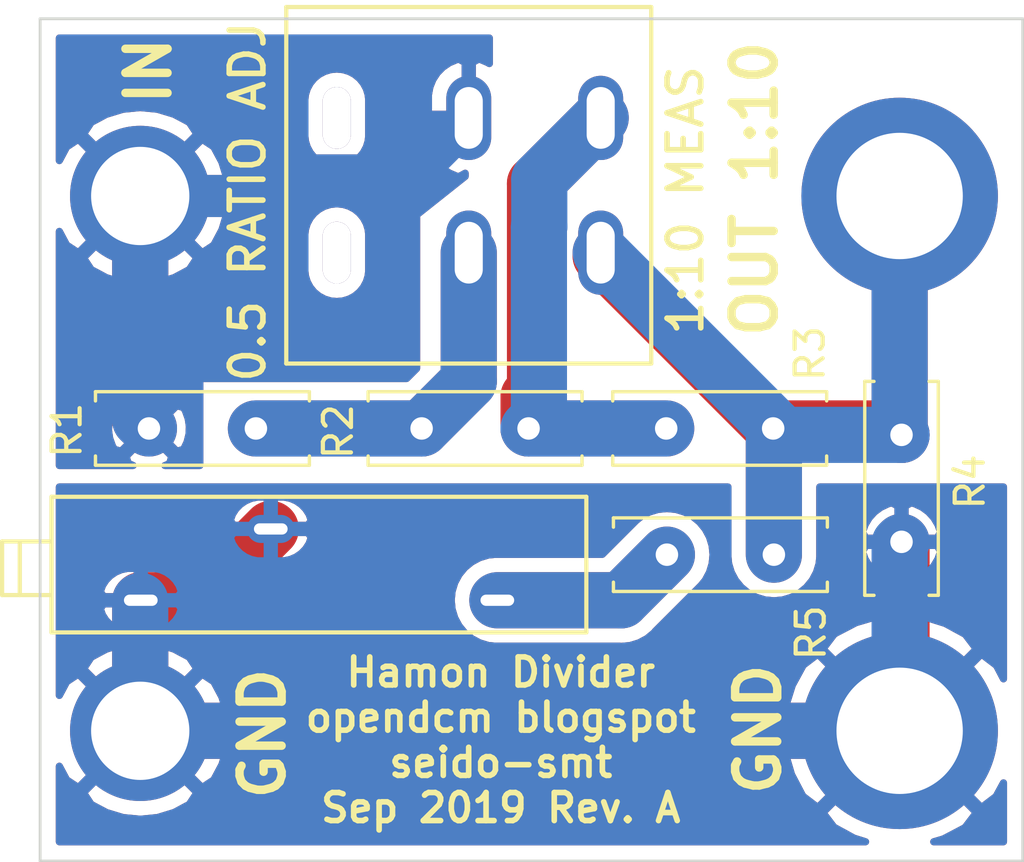
<source format=kicad_pcb>
(kicad_pcb (version 20171130) (host pcbnew 5.1.2-f72e74a~84~ubuntu14.04.1)

  (general
    (thickness 1.6)
    (drawings 11)
    (tracks 61)
    (zones 0)
    (modules 11)
    (nets 7)
  )

  (page A4)
  (layers
    (0 F.Cu signal)
    (31 B.Cu signal)
    (32 B.Adhes user)
    (33 F.Adhes user)
    (34 B.Paste user)
    (35 F.Paste user)
    (36 B.SilkS user)
    (37 F.SilkS user)
    (38 B.Mask user)
    (39 F.Mask user)
    (40 Dwgs.User user)
    (41 Cmts.User user)
    (42 Eco1.User user)
    (43 Eco2.User user)
    (44 Edge.Cuts user)
    (45 Margin user)
    (46 B.CrtYd user)
    (47 F.CrtYd user)
    (48 B.Fab user)
    (49 F.Fab user)
  )

  (setup
    (last_trace_width 0.25)
    (trace_clearance 0.2)
    (zone_clearance 0.508)
    (zone_45_only no)
    (trace_min 0.2)
    (via_size 0.8)
    (via_drill 0.4)
    (via_min_size 0.4)
    (via_min_drill 0.3)
    (uvia_size 0.3)
    (uvia_drill 0.1)
    (uvias_allowed no)
    (uvia_min_size 0.2)
    (uvia_min_drill 0.1)
    (edge_width 0.05)
    (segment_width 0.2)
    (pcb_text_width 0.3)
    (pcb_text_size 1.5 1.5)
    (mod_edge_width 0.12)
    (mod_text_size 1 1)
    (mod_text_width 0.15)
    (pad_size 1.7 1)
    (pad_drill 1.2)
    (pad_to_mask_clearance 0.051)
    (solder_mask_min_width 0.25)
    (aux_axis_origin 0 0)
    (visible_elements FFFFFF7F)
    (pcbplotparams
      (layerselection 0x010fc_ffffffff)
      (usegerberextensions false)
      (usegerberattributes false)
      (usegerberadvancedattributes false)
      (creategerberjobfile false)
      (excludeedgelayer true)
      (linewidth 0.100000)
      (plotframeref false)
      (viasonmask false)
      (mode 1)
      (useauxorigin false)
      (hpglpennumber 1)
      (hpglpenspeed 20)
      (hpglpendiameter 15.000000)
      (psnegative false)
      (psa4output false)
      (plotreference true)
      (plotvalue true)
      (plotinvisibletext false)
      (padsonsilk false)
      (subtractmaskfromsilk false)
      (outputformat 1)
      (mirror false)
      (drillshape 1)
      (scaleselection 1)
      (outputdirectory ""))
  )

  (net 0 "")
  (net 1 "Net-(R5-Pad2)")
  (net 2 "Net-(R1-Pad2)")
  (net 3 "Net-(R2-Pad2)")
  (net 4 GND)
  (net 5 IN)
  (net 6 OUT)

  (net_class Default "This is the default net class."
    (clearance 0.2)
    (trace_width 0.25)
    (via_dia 0.8)
    (via_drill 0.4)
    (uvia_dia 0.3)
    (uvia_drill 0.1)
    (add_net GND)
    (add_net IN)
    (add_net "Net-(R1-Pad2)")
    (add_net "Net-(R2-Pad2)")
    (add_net "Net-(R5-Pad2)")
    (add_net OUT)
  )

  (module hamon:M2021SS1W01 (layer F.Cu) (tedit 5D73E635) (tstamp 5D73AD20)
    (at 121.7676 49.5808 270)
    (path /5D7564E4)
    (fp_text reference SW1 (at 6.5024 -0.762 90) (layer F.SilkS) hide
      (effects (font (size 1 1) (thickness 0.15)))
    )
    (fp_text value SW_DPST (at 0 -0.5 90) (layer F.Fab) hide
      (effects (font (size 1 1) (thickness 0.15)))
    )
    (fp_line (start 0 0) (end 12.7 0) (layer F.SilkS) (width 0.15))
    (fp_line (start 12.7 0) (end 12.7 13) (layer F.SilkS) (width 0.15))
    (fp_line (start 0 13) (end 12.7 13) (layer F.SilkS) (width 0.15))
    (fp_line (start 0 0) (end 0 13) (layer F.SilkS) (width 0.15))
    (pad 3 thru_hole oval (at 3.95 1.8 270) (size 3 1.6) (drill oval 2.2 1) (layers *.Cu *.Mask)
      (net 3 "Net-(R2-Pad2)"))
    (pad 2 thru_hole oval (at 3.95 6.5 270) (size 3 1.6) (drill oval 2.2 1) (layers *.Cu *.Mask)
      (net 5 IN))
    (pad "" thru_hole oval (at 3.95 11.2 270) (size 2.2 1) (drill oval 2.2 1) (layers *.Cu *.Mask))
    (pad 4 thru_hole oval (at 8.75 11.2 270) (size 2.2 1) (drill oval 2.2 1) (layers *.Cu *.Mask))
    (pad 6 thru_hole oval (at 8.75 1.8 270) (size 3 1.6) (drill oval 2.2 1) (layers *.Cu *.Mask)
      (net 6 OUT))
    (pad 5 thru_hole oval (at 8.75 6.5 270) (size 3 1.6) (drill oval 2.2 1) (layers *.Cu *.Mask)
      (net 2 "Net-(R1-Pad2)"))
  )

  (module hamon:Accutrim_1280G_1285G (layer F.Cu) (tedit 5D73DA11) (tstamp 5D73D108)
    (at 119.4562 71.8566 180)
    (path /5D73835C)
    (fp_text reference RV1 (at 17.9832 5.8166) (layer F.SilkS) hide
      (effects (font (size 1 1) (thickness 0.15)))
    )
    (fp_text value R_POT (at 8.9408 0.9906) (layer F.Fab) hide
      (effects (font (size 1 1) (thickness 0.15)))
    )
    (fp_line (start 20.18 1.33) (end 20.18 3.22) (layer F.SilkS) (width 0.15))
    (fp_line (start 20.81 3.24) (end 19.06 3.24) (layer F.SilkS) (width 0.15))
    (fp_line (start 20.81 1.33) (end 20.81 3.24) (layer F.SilkS) (width 0.15))
    (fp_line (start 19.07 1.33) (end 20.81 1.33) (layer F.SilkS) (width 0.15))
    (fp_line (start 0 0) (end 0 4.83) (layer F.SilkS) (width 0.15))
    (fp_line (start 19.05 4.83) (end 0 4.83) (layer F.SilkS) (width 0.15))
    (fp_line (start 19.05 0) (end 19.05 4.83) (layer F.SilkS) (width 0.15))
    (fp_line (start 0 0) (end 19.05 0) (layer F.SilkS) (width 0.15))
    (pad 1 thru_hole oval (at 3.17 1.145 180) (size 1.7 1) (drill oval 1.2 0.4) (layers *.Cu *.Mask)
      (net 1 "Net-(R5-Pad2)"))
    (pad 3 thru_hole oval (at 15.87 1.145 180) (size 1.7 1) (drill oval 1.2 0.4) (layers *.Cu *.Mask)
      (net 4 GND))
    (pad 2 thru_hole oval (at 11.24 3.685 180) (size 1.7 1) (drill oval 1.2 0.4) (layers *.Cu *.Mask)
      (net 4 GND))
  )

  (module hamon:SA404 (layer F.Cu) (tedit 5C055CDB) (tstamp 5D728D5B)
    (at 103.5662 75.3618)
    (path /5D72DE9E)
    (fp_text reference H2 (at 0 0.5) (layer F.SilkS) hide
      (effects (font (size 1 1) (thickness 0.15)))
    )
    (fp_text value GND (at 0 -0.5) (layer F.Fab)
      (effects (font (size 1 1) (thickness 0.15)))
    )
    (pad 1 thru_hole circle (at 0 0) (size 5 5) (drill 3.5) (layers *.Cu *.Mask)
      (net 4 GND))
  )

  (module hamon:SA404 (layer F.Cu) (tedit 5C055CDB) (tstamp 5D729047)
    (at 103.5662 56.3118)
    (path /5D72D6BB)
    (fp_text reference H1 (at 0 0.5) (layer F.SilkS) hide
      (effects (font (size 1 1) (thickness 0.15)))
    )
    (fp_text value Input (at 0 -0.5) (layer F.Fab)
      (effects (font (size 1 1) (thickness 0.15)))
    )
    (pad 1 thru_hole circle (at 0 0) (size 5 5) (drill 3.5) (layers *.Cu *.Mask)
      (net 5 IN))
  )

  (module hamon:Binding_Post_4mm (layer F.Cu) (tedit 5CB1739B) (tstamp 5D72B75B)
    (at 130.6162 75.3618)
    (path /5D73AE7F)
    (fp_text reference H4 (at 0 0.5) (layer F.SilkS) hide
      (effects (font (size 1 1) (thickness 0.15)))
    )
    (fp_text value GND (at 0 -0.5) (layer F.Fab)
      (effects (font (size 1 1) (thickness 0.15)))
    )
    (pad 1 thru_hole circle (at 0 0) (size 7 7) (drill 4.5) (layers *.Cu *.Mask)
      (net 4 GND))
  )

  (module hamon:Binding_Post_4mm (layer F.Cu) (tedit 5CB1739B) (tstamp 5D728F6E)
    (at 130.6162 56.3118)
    (path /5D72E838)
    (fp_text reference H3 (at 0 0.5) (layer F.SilkS) hide
      (effects (font (size 1 1) (thickness 0.15)))
    )
    (fp_text value Output (at 0 -0.5) (layer F.Fab)
      (effects (font (size 1 1) (thickness 0.15)))
    )
    (pad 1 thru_hole circle (at 0 0) (size 7 7) (drill 4.5) (layers *.Cu *.Mask)
      (net 6 OUT))
  )

  (module hamon:Vishay_L7.62mm_D2.67mm_P3.81mm_Horizontal (layer F.Cu) (tedit 5C8E82DC) (tstamp 5D73D1A9)
    (at 124.2314 69.088 180)
    (descr "Resistor, Axial_DIN0207 series, Axial, Horizontal, pin pitch=7.62mm, 0.25W = 1/4W, length*diameter=6.3*2.5mm^2, http://cdn-reichelt.de/documents/datenblatt/B400/1_4W%23YAG.pdf")
    (tags "Resistor Axial_DIN0207 series Axial Horizontal pin pitch 7.62mm 0.25W = 1/4W length 6.3mm diameter 2.5mm")
    (path /5D73057B)
    (fp_text reference R5 (at -3.2258 -2.7813 90) (layer F.SilkS)
      (effects (font (size 1 1) (thickness 0.15)))
    )
    (fp_text value R (at 5.08 0) (layer F.Fab) hide
      (effects (font (size 1 1) (thickness 0.15)))
    )
    (fp_line (start -4 -1.6) (end 4 -1.6) (layer F.CrtYd) (width 0.05))
    (fp_line (start 4 1.6) (end 4 -1.6) (layer F.CrtYd) (width 0.05))
    (fp_line (start -4 1.6) (end 4 1.6) (layer F.CrtYd) (width 0.05))
    (fp_line (start -4 -1.6) (end -4 1.6) (layer F.CrtYd) (width 0.05))
    (fp_line (start 3.81 1.31) (end 3.81 0.98) (layer F.SilkS) (width 0.12))
    (fp_line (start -3.81 1.31) (end 3.81 1.31) (layer F.SilkS) (width 0.12))
    (fp_line (start -3.81 0.98) (end -3.81 1.31) (layer F.SilkS) (width 0.12))
    (fp_line (start 3.81 -1.31) (end 3.81 -0.98) (layer F.SilkS) (width 0.12))
    (fp_line (start -3.81 -1.31) (end 3.81 -1.31) (layer F.SilkS) (width 0.12))
    (fp_line (start -3.81 -0.98) (end -3.81 -1.31) (layer F.SilkS) (width 0.12))
    (fp_line (start -3.81 -1.25) (end 3.81 -1.25) (layer F.Fab) (width 0.1))
    (fp_line (start 3.81 1.25) (end 3.81 -1.25) (layer F.Fab) (width 0.1))
    (fp_line (start -3.81 1.25) (end 3.81 1.25) (layer F.Fab) (width 0.1))
    (fp_line (start -3.81 -1.25) (end -3.81 1.25) (layer F.Fab) (width 0.1))
    (pad 2 thru_hole oval (at 1.905 0 180) (size 1.6 1.6) (drill 0.8) (layers *.Cu *.Mask)
      (net 1 "Net-(R5-Pad2)"))
    (pad 1 thru_hole circle (at -1.905 0 180) (size 1.6 1.6) (drill 0.8) (layers *.Cu *.Mask)
      (net 6 OUT))
    (model ${KISYS3DMOD}/Resistors_THT.3dshapes/R_Axial_DIN0207_L6.3mm_D2.5mm_P7.62mm_Horizontal.wrl
      (at (xyz 0 0 0))
      (scale (xyz 0.393701 0.393701 0.393701))
      (rotate (xyz 0 0 0))
    )
  )

  (module hamon:Vishay_L7.62mm_D2.67mm_P3.81mm_Horizontal (layer F.Cu) (tedit 5C8E82DC) (tstamp 5D73D1E2)
    (at 130.683 66.7258 270)
    (descr "Resistor, Axial_DIN0207 series, Axial, Horizontal, pin pitch=7.62mm, 0.25W = 1/4W, length*diameter=6.3*2.5mm^2, http://cdn-reichelt.de/documents/datenblatt/B400/1_4W%23YAG.pdf")
    (tags "Resistor Axial_DIN0207 series Axial Horizontal pin pitch 7.62mm 0.25W = 1/4W length 6.3mm diameter 2.5mm")
    (path /5D72D04E)
    (fp_text reference R4 (at -0.2286 -2.4384 90) (layer F.SilkS)
      (effects (font (size 1 1) (thickness 0.15)))
    )
    (fp_text value R (at 4.9022 0.1016 90) (layer F.Fab) hide
      (effects (font (size 1 1) (thickness 0.15)))
    )
    (fp_line (start -4 -1.6) (end 4 -1.6) (layer F.CrtYd) (width 0.05))
    (fp_line (start 4 1.6) (end 4 -1.6) (layer F.CrtYd) (width 0.05))
    (fp_line (start -4 1.6) (end 4 1.6) (layer F.CrtYd) (width 0.05))
    (fp_line (start -4 -1.6) (end -4 1.6) (layer F.CrtYd) (width 0.05))
    (fp_line (start 3.81 1.31) (end 3.81 0.98) (layer F.SilkS) (width 0.12))
    (fp_line (start -3.81 1.31) (end 3.81 1.31) (layer F.SilkS) (width 0.12))
    (fp_line (start -3.81 0.98) (end -3.81 1.31) (layer F.SilkS) (width 0.12))
    (fp_line (start 3.81 -1.31) (end 3.81 -0.98) (layer F.SilkS) (width 0.12))
    (fp_line (start -3.81 -1.31) (end 3.81 -1.31) (layer F.SilkS) (width 0.12))
    (fp_line (start -3.81 -0.98) (end -3.81 -1.31) (layer F.SilkS) (width 0.12))
    (fp_line (start -3.81 -1.25) (end 3.81 -1.25) (layer F.Fab) (width 0.1))
    (fp_line (start 3.81 1.25) (end 3.81 -1.25) (layer F.Fab) (width 0.1))
    (fp_line (start -3.81 1.25) (end 3.81 1.25) (layer F.Fab) (width 0.1))
    (fp_line (start -3.81 -1.25) (end -3.81 1.25) (layer F.Fab) (width 0.1))
    (pad 2 thru_hole oval (at 1.905 0 270) (size 1.6 1.6) (drill 0.8) (layers *.Cu *.Mask)
      (net 4 GND))
    (pad 1 thru_hole circle (at -1.905 0 270) (size 1.6 1.6) (drill 0.8) (layers *.Cu *.Mask)
      (net 6 OUT))
    (model ${KISYS3DMOD}/Resistors_THT.3dshapes/R_Axial_DIN0207_L6.3mm_D2.5mm_P7.62mm_Horizontal.wrl
      (at (xyz 0 0 0))
      (scale (xyz 0.393701 0.393701 0.393701))
      (rotate (xyz 0 0 0))
    )
  )

  (module hamon:Vishay_L7.62mm_D2.67mm_P3.81mm_Horizontal (layer F.Cu) (tedit 5C8E82DC) (tstamp 5D73D170)
    (at 124.206 64.5922)
    (descr "Resistor, Axial_DIN0207 series, Axial, Horizontal, pin pitch=7.62mm, 0.25W = 1/4W, length*diameter=6.3*2.5mm^2, http://cdn-reichelt.de/documents/datenblatt/B400/1_4W%23YAG.pdf")
    (tags "Resistor Axial_DIN0207 series Axial Horizontal pin pitch 7.62mm 0.25W = 1/4W length 6.3mm diameter 2.5mm")
    (path /5D72CBBC)
    (fp_text reference R3 (at 3.2131 -2.667 90) (layer F.SilkS)
      (effects (font (size 1 1) (thickness 0.15)))
    )
    (fp_text value R (at 4.9022 -0.0762) (layer F.Fab) hide
      (effects (font (size 1 1) (thickness 0.15)))
    )
    (fp_line (start -4 -1.6) (end 4 -1.6) (layer F.CrtYd) (width 0.05))
    (fp_line (start 4 1.6) (end 4 -1.6) (layer F.CrtYd) (width 0.05))
    (fp_line (start -4 1.6) (end 4 1.6) (layer F.CrtYd) (width 0.05))
    (fp_line (start -4 -1.6) (end -4 1.6) (layer F.CrtYd) (width 0.05))
    (fp_line (start 3.81 1.31) (end 3.81 0.98) (layer F.SilkS) (width 0.12))
    (fp_line (start -3.81 1.31) (end 3.81 1.31) (layer F.SilkS) (width 0.12))
    (fp_line (start -3.81 0.98) (end -3.81 1.31) (layer F.SilkS) (width 0.12))
    (fp_line (start 3.81 -1.31) (end 3.81 -0.98) (layer F.SilkS) (width 0.12))
    (fp_line (start -3.81 -1.31) (end 3.81 -1.31) (layer F.SilkS) (width 0.12))
    (fp_line (start -3.81 -0.98) (end -3.81 -1.31) (layer F.SilkS) (width 0.12))
    (fp_line (start -3.81 -1.25) (end 3.81 -1.25) (layer F.Fab) (width 0.1))
    (fp_line (start 3.81 1.25) (end 3.81 -1.25) (layer F.Fab) (width 0.1))
    (fp_line (start -3.81 1.25) (end 3.81 1.25) (layer F.Fab) (width 0.1))
    (fp_line (start -3.81 -1.25) (end -3.81 1.25) (layer F.Fab) (width 0.1))
    (pad 2 thru_hole oval (at 1.905 0) (size 1.6 1.6) (drill 0.8) (layers *.Cu *.Mask)
      (net 6 OUT))
    (pad 1 thru_hole circle (at -1.905 0) (size 1.6 1.6) (drill 0.8) (layers *.Cu *.Mask)
      (net 3 "Net-(R2-Pad2)"))
    (model ${KISYS3DMOD}/Resistors_THT.3dshapes/R_Axial_DIN0207_L6.3mm_D2.5mm_P7.62mm_Horizontal.wrl
      (at (xyz 0 0 0))
      (scale (xyz 0.393701 0.393701 0.393701))
      (rotate (xyz 0 0 0))
    )
  )

  (module hamon:Vishay_L7.62mm_D2.67mm_P3.81mm_Horizontal (layer F.Cu) (tedit 5C8E82DC) (tstamp 5D73D0D4)
    (at 115.4938 64.5922)
    (descr "Resistor, Axial_DIN0207 series, Axial, Horizontal, pin pitch=7.62mm, 0.25W = 1/4W, length*diameter=6.3*2.5mm^2, http://cdn-reichelt.de/documents/datenblatt/B400/1_4W%23YAG.pdf")
    (tags "Resistor Axial_DIN0207 series Axial Horizontal pin pitch 7.62mm 0.25W = 1/4W length 6.3mm diameter 2.5mm")
    (path /5D72CA1B)
    (fp_text reference R2 (at -4.8768 0.1143 90) (layer F.SilkS)
      (effects (font (size 1 1) (thickness 0.15)))
    )
    (fp_text value R (at -5.0292 -0.1016) (layer F.Fab) hide
      (effects (font (size 1 1) (thickness 0.15)))
    )
    (fp_line (start -4 -1.6) (end 4 -1.6) (layer F.CrtYd) (width 0.05))
    (fp_line (start 4 1.6) (end 4 -1.6) (layer F.CrtYd) (width 0.05))
    (fp_line (start -4 1.6) (end 4 1.6) (layer F.CrtYd) (width 0.05))
    (fp_line (start -4 -1.6) (end -4 1.6) (layer F.CrtYd) (width 0.05))
    (fp_line (start 3.81 1.31) (end 3.81 0.98) (layer F.SilkS) (width 0.12))
    (fp_line (start -3.81 1.31) (end 3.81 1.31) (layer F.SilkS) (width 0.12))
    (fp_line (start -3.81 0.98) (end -3.81 1.31) (layer F.SilkS) (width 0.12))
    (fp_line (start 3.81 -1.31) (end 3.81 -0.98) (layer F.SilkS) (width 0.12))
    (fp_line (start -3.81 -1.31) (end 3.81 -1.31) (layer F.SilkS) (width 0.12))
    (fp_line (start -3.81 -0.98) (end -3.81 -1.31) (layer F.SilkS) (width 0.12))
    (fp_line (start -3.81 -1.25) (end 3.81 -1.25) (layer F.Fab) (width 0.1))
    (fp_line (start 3.81 1.25) (end 3.81 -1.25) (layer F.Fab) (width 0.1))
    (fp_line (start -3.81 1.25) (end 3.81 1.25) (layer F.Fab) (width 0.1))
    (fp_line (start -3.81 -1.25) (end -3.81 1.25) (layer F.Fab) (width 0.1))
    (pad 2 thru_hole oval (at 1.905 0) (size 1.6 1.6) (drill 0.8) (layers *.Cu *.Mask)
      (net 3 "Net-(R2-Pad2)"))
    (pad 1 thru_hole circle (at -1.905 0) (size 1.6 1.6) (drill 0.8) (layers *.Cu *.Mask)
      (net 2 "Net-(R1-Pad2)"))
    (model ${KISYS3DMOD}/Resistors_THT.3dshapes/R_Axial_DIN0207_L6.3mm_D2.5mm_P7.62mm_Horizontal.wrl
      (at (xyz 0 0 0))
      (scale (xyz 0.393701 0.393701 0.393701))
      (rotate (xyz 0 0 0))
    )
  )

  (module hamon:Vishay_L7.62mm_D2.67mm_P3.81mm_Horizontal (layer F.Cu) (tedit 5C8E82DC) (tstamp 5D73E5D1)
    (at 105.7816 64.5922)
    (descr "Resistor, Axial_DIN0207 series, Axial, Horizontal, pin pitch=7.62mm, 0.25W = 1/4W, length*diameter=6.3*2.5mm^2, http://cdn-reichelt.de/documents/datenblatt/B400/1_4W%23YAG.pdf")
    (tags "Resistor Axial_DIN0207 series Axial Horizontal pin pitch 7.62mm 0.25W = 1/4W length 6.3mm diameter 2.5mm")
    (path /5D72C352)
    (fp_text reference R1 (at -4.8293 0.0635 90) (layer F.SilkS)
      (effects (font (size 1 1) (thickness 0.15)))
    )
    (fp_text value R (at 5.0292 0.254) (layer F.Fab) hide
      (effects (font (size 1 1) (thickness 0.15)))
    )
    (fp_line (start -4 -1.6) (end 4 -1.6) (layer F.CrtYd) (width 0.05))
    (fp_line (start 4 1.6) (end 4 -1.6) (layer F.CrtYd) (width 0.05))
    (fp_line (start -4 1.6) (end 4 1.6) (layer F.CrtYd) (width 0.05))
    (fp_line (start -4 -1.6) (end -4 1.6) (layer F.CrtYd) (width 0.05))
    (fp_line (start 3.81 1.31) (end 3.81 0.98) (layer F.SilkS) (width 0.12))
    (fp_line (start -3.81 1.31) (end 3.81 1.31) (layer F.SilkS) (width 0.12))
    (fp_line (start -3.81 0.98) (end -3.81 1.31) (layer F.SilkS) (width 0.12))
    (fp_line (start 3.81 -1.31) (end 3.81 -0.98) (layer F.SilkS) (width 0.12))
    (fp_line (start -3.81 -1.31) (end 3.81 -1.31) (layer F.SilkS) (width 0.12))
    (fp_line (start -3.81 -0.98) (end -3.81 -1.31) (layer F.SilkS) (width 0.12))
    (fp_line (start -3.81 -1.25) (end 3.81 -1.25) (layer F.Fab) (width 0.1))
    (fp_line (start 3.81 1.25) (end 3.81 -1.25) (layer F.Fab) (width 0.1))
    (fp_line (start -3.81 1.25) (end 3.81 1.25) (layer F.Fab) (width 0.1))
    (fp_line (start -3.81 -1.25) (end -3.81 1.25) (layer F.Fab) (width 0.1))
    (pad 2 thru_hole oval (at 1.905 0) (size 1.6 1.6) (drill 0.8) (layers *.Cu *.Mask)
      (net 2 "Net-(R1-Pad2)"))
    (pad 1 thru_hole circle (at -1.905 0) (size 1.6 1.6) (drill 0.8) (layers *.Cu *.Mask)
      (net 5 IN))
    (model ${KISYS3DMOD}/Resistors_THT.3dshapes/R_Axial_DIN0207_L6.3mm_D2.5mm_P7.62mm_Horizontal.wrl
      (at (xyz 0 0 0))
      (scale (xyz 0.393701 0.393701 0.393701))
      (rotate (xyz 0 0 0))
    )
  )

  (gr_text "OUT 1:10" (at 125.4506 56.0578 90) (layer F.SilkS)
    (effects (font (size 1.5 1.5) (thickness 0.3)))
  )
  (gr_text IN (at 103.8606 51.8541 90) (layer F.SilkS)
    (effects (font (size 1.5 1.5) (thickness 0.3)))
  )
  (gr_text GND (at 125.5776 75.311 90) (layer F.SilkS) (tstamp 5D73E3F5)
    (effects (font (size 1.5 1.5) (thickness 0.3)))
  )
  (gr_text GND (at 107.9246 75.4634 90) (layer F.SilkS)
    (effects (font (size 1.5 1.5) (thickness 0.3)))
  )
  (gr_text "1:10 MEAS" (at 122.9868 56.4642 90) (layer F.SilkS)
    (effects (font (size 1.2 1.2) (thickness 0.2)))
  )
  (gr_text "0.5 RATIO ADJ" (at 107.3912 56.515 90) (layer F.SilkS)
    (effects (font (size 1.2 1.2) (thickness 0.2)))
  )
  (gr_text "Hamon Divider\nopendcm blogspot\nseido-smt\nSep 2019 Rev. A" (at 116.4082 75.692) (layer F.SilkS)
    (effects (font (size 1 1) (thickness 0.2)))
  )
  (gr_line (start 100 50) (end 100 80) (layer Edge.Cuts) (width 0.1))
  (gr_line (start 100 80) (end 135 80) (layer Edge.Cuts) (width 0.1))
  (gr_line (start 135 50) (end 135 80) (layer Edge.Cuts) (width 0.1))
  (gr_line (start 100 50) (end 135 50) (layer Edge.Cuts) (width 0.1))

  (segment (start 103.5662 64.2818) (end 103.8766 64.5922) (width 2) (layer F.Cu) (net 5) (status 1000000))
  (segment (start 103.5662 56.3118) (end 103.5662 64.2818) (width 2) (layer F.Cu) (net 5) (status 1000000))
  (segment (start 113.21759 55.58081) (end 115.2676 53.5308) (width 1.5) (layer F.Cu) (net 5))
  (segment (start 107.832723 55.58081) (end 113.21759 55.58081) (width 1.5) (layer F.Cu) (net 5))
  (segment (start 107.101733 56.3118) (end 107.832723 55.58081) (width 1.5) (layer F.Cu) (net 5))
  (segment (start 103.5662 56.3118) (end 107.101733 56.3118) (width 1.5) (layer F.Cu) (net 5))
  (segment (start 103.5662 64.2818) (end 103.8766 64.5922) (width 2) (layer B.Cu) (net 5))
  (segment (start 103.5662 56.3118) (end 103.5662 64.2818) (width 2) (layer B.Cu) (net 5))
  (segment (start 115.2676 53.5308) (end 115.2676 53.5408) (width 1.5) (layer B.Cu) (net 5))
  (segment (start 113.22759 55.58081) (end 107.84279 55.58081) (width 1.5) (layer B.Cu) (net 5))
  (segment (start 115.2676 53.5408) (end 113.22759 55.58081) (width 1.5) (layer B.Cu) (net 5))
  (segment (start 107.1118 56.3118) (end 103.5662 56.3118) (width 1.5) (layer B.Cu) (net 5))
  (segment (start 107.84279 55.58081) (end 107.1118 56.3118) (width 1.5) (layer B.Cu) (net 5))
  (segment (start 130.4544 64.5922) (end 130.683 64.8208) (width 2) (layer F.Cu) (net 6))
  (segment (start 126.111 64.5922) (end 130.4544 64.5922) (width 2) (layer F.Cu) (net 6))
  (segment (start 130.6162 64.754) (end 130.683 64.8208) (width 2) (layer F.Cu) (net 6))
  (segment (start 130.6162 56.3118) (end 130.6162 64.754) (width 2) (layer F.Cu) (net 6))
  (segment (start 126.1364 64.6176) (end 126.111 64.5922) (width 2) (layer F.Cu) (net 6))
  (segment (start 126.1364 69.088) (end 126.1364 64.6176) (width 2) (layer F.Cu) (net 6))
  (segment (start 119.9676 58.4488) (end 126.111 64.5922) (width 2) (layer F.Cu) (net 6))
  (segment (start 119.9676 58.3308) (end 119.9676 58.4488) (width 2) (layer F.Cu) (net 6))
  (segment (start 130.6162 64.754) (end 130.683 64.8208) (width 2) (layer B.Cu) (net 6))
  (segment (start 130.6162 56.3118) (end 130.6162 64.754) (width 2) (layer B.Cu) (net 6))
  (segment (start 126.3396 64.8208) (end 126.111 64.5922) (width 2) (layer B.Cu) (net 6))
  (segment (start 130.683 64.8208) (end 126.3396 64.8208) (width 2) (layer B.Cu) (net 6))
  (segment (start 126.1364 64.6176) (end 126.111 64.5922) (width 2) (layer B.Cu) (net 6))
  (segment (start 126.1364 69.088) (end 126.1364 64.6176) (width 2) (layer B.Cu) (net 6))
  (segment (start 126.111 64.4742) (end 119.9676 58.3308) (width 2) (layer B.Cu) (net 6))
  (segment (start 126.111 64.5922) (end 126.111 64.4742) (width 2) (layer B.Cu) (net 6))
  (segment (start 120.7028 70.7116) (end 122.3264 69.088) (width 2) (layer F.Cu) (net 1))
  (segment (start 116.2862 70.7116) (end 120.7028 70.7116) (width 2) (layer F.Cu) (net 1))
  (segment (start 120.7028 70.7116) (end 122.3264 69.088) (width 2) (layer B.Cu) (net 1))
  (segment (start 116.2862 70.7116) (end 120.7028 70.7116) (width 2) (layer B.Cu) (net 1))
  (segment (start 115.2676 62.9134) (end 113.5888 64.5922) (width 2) (layer F.Cu) (net 2))
  (segment (start 115.2676 58.3308) (end 115.2676 62.9134) (width 2) (layer F.Cu) (net 2))
  (segment (start 107.6866 64.5922) (end 113.5888 64.5922) (width 2) (layer F.Cu) (net 2))
  (segment (start 107.6866 64.5922) (end 113.5888 64.5922) (width 2) (layer B.Cu) (net 2))
  (segment (start 115.2676 62.9134) (end 113.5888 64.5922) (width 2) (layer B.Cu) (net 2))
  (segment (start 115.2676 58.3308) (end 115.2676 62.9134) (width 2) (layer B.Cu) (net 2))
  (segment (start 117.3988 64.5922) (end 122.301 64.5922) (width 2) (layer F.Cu) (net 3))
  (segment (start 117.3988 64.5922) (end 122.301 64.5922) (width 2) (layer B.Cu) (net 3))
  (segment (start 117.767592 64.223408) (end 117.3988 64.5922) (width 2) (layer B.Cu) (net 3))
  (segment (start 117.767592 57.419526) (end 117.767592 64.223408) (width 2) (layer B.Cu) (net 3))
  (segment (start 117.7798 57.407318) (end 117.767592 57.419526) (width 2) (layer B.Cu) (net 3))
  (segment (start 117.7798 55.7186) (end 117.7798 57.407318) (width 2) (layer B.Cu) (net 3))
  (segment (start 119.9676 53.5308) (end 117.7798 55.7186) (width 2) (layer B.Cu) (net 3))
  (segment (start 117.3988 63.46083) (end 117.3988 64.5922) (width 2) (layer F.Cu) (net 3))
  (segment (start 117.6274 63.23223) (end 117.3988 63.46083) (width 2) (layer F.Cu) (net 3))
  (segment (start 117.6274 55.871) (end 117.6274 63.23223) (width 2) (layer F.Cu) (net 3))
  (segment (start 119.9676 53.5308) (end 117.6274 55.871) (width 2) (layer F.Cu) (net 3))
  (segment (start 130.683 75.295) (end 130.6162 75.3618) (width 2) (layer F.Cu) (net 4))
  (segment (start 130.683 68.6308) (end 130.683 75.295) (width 2) (layer F.Cu) (net 4))
  (segment (start 130.6162 75.3618) (end 103.5662 75.3618) (width 2) (layer F.Cu) (net 4))
  (segment (start 103.5662 70.7316) (end 103.5862 70.7116) (width 2) (layer F.Cu) (net 4))
  (segment (start 103.5662 75.3618) (end 103.5662 70.7316) (width 2) (layer F.Cu) (net 4))
  (segment (start 105.6762 70.7116) (end 108.2162 68.1716) (width 2) (layer F.Cu) (net 4))
  (segment (start 103.5862 70.7116) (end 105.6762 70.7116) (width 2) (layer F.Cu) (net 4))
  (segment (start 103.5662 75.3618) (end 103.5662 70.7316) (width 2) (layer B.Cu) (net 4))
  (segment (start 103.5662 75.3618) (end 130.6162 75.3618) (width 2) (layer B.Cu) (net 4))
  (segment (start 130.6162 68.6976) (end 130.683 68.6308) (width 2) (layer B.Cu) (net 4))
  (segment (start 130.6162 75.3618) (end 130.6162 68.6976) (width 2) (layer B.Cu) (net 4))

  (zone (net 4) (net_name GND) (layer F.Cu) (tstamp 0) (hatch edge 0.508)
    (connect_pads (clearance 0.508))
    (min_thickness 0.254)
    (fill yes (arc_segments 32) (thermal_gap 0.508) (thermal_bridge_width 0.508))
    (polygon
      (pts
        (xy 100.33 66.548) (xy 134.874 66.548) (xy 134.874 79.883) (xy 100.33 79.883)
      )
    )
    (filled_polygon
      (pts
        (xy 124.5014 69.168321) (xy 124.525057 69.408515) (xy 124.618548 69.716714) (xy 124.770369 70.000751) (xy 124.974686 70.249714)
        (xy 125.223648 70.454031) (xy 125.507685 70.605852) (xy 125.815884 70.699343) (xy 126.1364 70.730911) (xy 126.456915 70.699343)
        (xy 126.765114 70.605852) (xy 127.049151 70.454031) (xy 127.298114 70.249714) (xy 127.502431 70.000752) (xy 127.654252 69.716715)
        (xy 127.747743 69.408516) (xy 127.7714 69.168322) (xy 127.7714 68.97984) (xy 129.291091 68.97984) (xy 129.38593 69.244681)
        (xy 129.530615 69.485931) (xy 129.719586 69.694319) (xy 129.94558 69.861837) (xy 130.199913 69.982046) (xy 130.333961 70.022704)
        (xy 130.556 69.900715) (xy 130.556 68.7578) (xy 130.81 68.7578) (xy 130.81 69.900715) (xy 131.032039 70.022704)
        (xy 131.166087 69.982046) (xy 131.42042 69.861837) (xy 131.646414 69.694319) (xy 131.835385 69.485931) (xy 131.98007 69.244681)
        (xy 132.074909 68.97984) (xy 131.953624 68.7578) (xy 130.81 68.7578) (xy 130.556 68.7578) (xy 129.412376 68.7578)
        (xy 129.291091 68.97984) (xy 127.7714 68.97984) (xy 127.7714 68.28176) (xy 129.291091 68.28176) (xy 129.412376 68.5038)
        (xy 130.556 68.5038) (xy 130.556 67.360885) (xy 130.81 67.360885) (xy 130.81 68.5038) (xy 131.953624 68.5038)
        (xy 132.074909 68.28176) (xy 131.98007 68.016919) (xy 131.835385 67.775669) (xy 131.646414 67.567281) (xy 131.42042 67.399763)
        (xy 131.166087 67.279554) (xy 131.032039 67.238896) (xy 130.81 67.360885) (xy 130.556 67.360885) (xy 130.333961 67.238896)
        (xy 130.199913 67.279554) (xy 129.94558 67.399763) (xy 129.719586 67.567281) (xy 129.530615 67.775669) (xy 129.38593 68.016919)
        (xy 129.291091 68.28176) (xy 127.7714 68.28176) (xy 127.7714 66.675) (xy 134.315001 66.675) (xy 134.315001 73.511697)
        (xy 134.090915 73.083544) (xy 134.05075 73.023434) (xy 133.530355 72.62725) (xy 130.795805 75.3618) (xy 133.530355 78.09635)
        (xy 134.05075 77.700166) (xy 134.315001 77.215967) (xy 134.315001 79.315) (xy 131.82984 79.315) (xy 132.172797 79.214215)
        (xy 132.894456 78.836515) (xy 132.954566 78.79635) (xy 133.35075 78.275955) (xy 130.6162 75.541405) (xy 127.88165 78.275955)
        (xy 128.277834 78.79635) (xy 128.992812 79.186548) (xy 129.403369 79.315) (xy 100.685 79.315) (xy 100.685 77.564948)
        (xy 101.542657 77.564948) (xy 101.818827 77.982918) (xy 102.363757 78.273449) (xy 102.954896 78.452087) (xy 103.569528 78.511968)
        (xy 104.184031 78.45079) (xy 104.774792 78.270903) (xy 105.313573 77.982918) (xy 105.589743 77.564948) (xy 103.5662 75.541405)
        (xy 101.542657 77.564948) (xy 100.685 77.564948) (xy 100.685 76.622595) (xy 100.945082 77.109173) (xy 101.363052 77.385343)
        (xy 103.386595 75.3618) (xy 103.745805 75.3618) (xy 105.769348 77.385343) (xy 106.187318 77.109173) (xy 106.477849 76.564243)
        (xy 106.656487 75.973104) (xy 106.716368 75.358472) (xy 106.713101 75.325653) (xy 126.461349 75.325653) (xy 126.534131 76.136918)
        (xy 126.763785 76.918397) (xy 127.141485 77.640056) (xy 127.18165 77.700166) (xy 127.702045 78.09635) (xy 130.436595 75.3618)
        (xy 127.702045 72.62725) (xy 127.18165 73.023434) (xy 126.791452 73.738412) (xy 126.548236 74.515776) (xy 126.461349 75.325653)
        (xy 106.713101 75.325653) (xy 106.65519 74.743969) (xy 106.475303 74.153208) (xy 106.187318 73.614427) (xy 105.769348 73.338257)
        (xy 103.745805 75.3618) (xy 103.386595 75.3618) (xy 101.363052 73.338257) (xy 100.945082 73.614427) (xy 100.685 74.102246)
        (xy 100.685 73.158652) (xy 101.542657 73.158652) (xy 103.5662 75.182195) (xy 105.589743 73.158652) (xy 105.313573 72.740682)
        (xy 104.768643 72.450151) (xy 104.760351 72.447645) (xy 127.88165 72.447645) (xy 130.6162 75.182195) (xy 133.35075 72.447645)
        (xy 132.954566 71.92725) (xy 132.239588 71.537052) (xy 131.462224 71.293836) (xy 130.652347 71.206949) (xy 129.841082 71.279731)
        (xy 129.059603 71.509385) (xy 128.337944 71.887085) (xy 128.277834 71.92725) (xy 127.88165 72.447645) (xy 104.760351 72.447645)
        (xy 104.177504 72.271513) (xy 103.562872 72.211632) (xy 102.948369 72.27281) (xy 102.357608 72.452697) (xy 101.818827 72.740682)
        (xy 101.542657 73.158652) (xy 100.685 73.158652) (xy 100.685 71.013474) (xy 102.142081 71.013474) (xy 102.221924 71.236576)
        (xy 102.343831 71.424364) (xy 102.500031 71.584761) (xy 102.684522 71.711603) (xy 102.890213 71.800015) (xy 103.1092 71.8466)
        (xy 103.4592 71.8466) (xy 103.4592 70.8386) (xy 103.7132 70.8386) (xy 103.7132 71.8466) (xy 104.0632 71.8466)
        (xy 104.282187 71.800015) (xy 104.487878 71.711603) (xy 104.672369 71.584761) (xy 104.828569 71.424364) (xy 104.950476 71.236576)
        (xy 105.030319 71.013474) (xy 104.904154 70.8386) (xy 103.7132 70.8386) (xy 103.4592 70.8386) (xy 102.268246 70.8386)
        (xy 102.142081 71.013474) (xy 100.685 71.013474) (xy 100.685 70.7116) (xy 114.643289 70.7116) (xy 114.674857 71.032116)
        (xy 114.768348 71.340315) (xy 114.920169 71.624352) (xy 115.124486 71.873314) (xy 115.373448 72.077631) (xy 115.657485 72.229452)
        (xy 115.965684 72.322943) (xy 116.205878 72.3466) (xy 120.622481 72.3466) (xy 120.7028 72.354511) (xy 120.783119 72.3466)
        (xy 120.783122 72.3466) (xy 121.023316 72.322943) (xy 121.331515 72.229452) (xy 121.615552 72.077631) (xy 121.864514 71.873314)
        (xy 121.915725 71.810914) (xy 123.539315 70.187324) (xy 123.69243 70.000753) (xy 123.844251 69.716715) (xy 123.937742 69.408517)
        (xy 123.969311 69.088001) (xy 123.937742 68.767484) (xy 123.844251 68.459286) (xy 123.69243 68.175248) (xy 123.488113 67.926287)
        (xy 123.239152 67.72197) (xy 122.955114 67.570149) (xy 122.646916 67.476658) (xy 122.326399 67.445089) (xy 122.005883 67.476658)
        (xy 121.697685 67.570149) (xy 121.413647 67.72197) (xy 121.227076 67.875085) (xy 120.025562 69.0766) (xy 116.205878 69.0766)
        (xy 115.965684 69.100257) (xy 115.657485 69.193748) (xy 115.373448 69.345569) (xy 115.124486 69.549886) (xy 114.920169 69.798848)
        (xy 114.768348 70.082885) (xy 114.674857 70.391084) (xy 114.643289 70.7116) (xy 100.685 70.7116) (xy 100.685 70.409726)
        (xy 102.142081 70.409726) (xy 102.268246 70.5846) (xy 103.4592 70.5846) (xy 103.4592 69.5766) (xy 103.7132 69.5766)
        (xy 103.7132 70.5846) (xy 104.904154 70.5846) (xy 105.030319 70.409726) (xy 104.950476 70.186624) (xy 104.828569 69.998836)
        (xy 104.672369 69.838439) (xy 104.487878 69.711597) (xy 104.282187 69.623185) (xy 104.0632 69.5766) (xy 103.7132 69.5766)
        (xy 103.4592 69.5766) (xy 103.1092 69.5766) (xy 102.890213 69.623185) (xy 102.684522 69.711597) (xy 102.500031 69.838439)
        (xy 102.343831 69.998836) (xy 102.221924 70.186624) (xy 102.142081 70.409726) (xy 100.685 70.409726) (xy 100.685 68.473474)
        (xy 106.772081 68.473474) (xy 106.851924 68.696576) (xy 106.973831 68.884364) (xy 107.130031 69.044761) (xy 107.314522 69.171603)
        (xy 107.520213 69.260015) (xy 107.7392 69.3066) (xy 108.0892 69.3066) (xy 108.0892 68.2986) (xy 108.3432 68.2986)
        (xy 108.3432 69.3066) (xy 108.6932 69.3066) (xy 108.912187 69.260015) (xy 109.117878 69.171603) (xy 109.302369 69.044761)
        (xy 109.458569 68.884364) (xy 109.580476 68.696576) (xy 109.660319 68.473474) (xy 109.534154 68.2986) (xy 108.3432 68.2986)
        (xy 108.0892 68.2986) (xy 106.898246 68.2986) (xy 106.772081 68.473474) (xy 100.685 68.473474) (xy 100.685 67.869726)
        (xy 106.772081 67.869726) (xy 106.898246 68.0446) (xy 108.0892 68.0446) (xy 108.0892 67.0366) (xy 108.3432 67.0366)
        (xy 108.3432 68.0446) (xy 109.534154 68.0446) (xy 109.660319 67.869726) (xy 109.580476 67.646624) (xy 109.458569 67.458836)
        (xy 109.302369 67.298439) (xy 109.117878 67.171597) (xy 108.912187 67.083185) (xy 108.6932 67.0366) (xy 108.3432 67.0366)
        (xy 108.0892 67.0366) (xy 107.7392 67.0366) (xy 107.520213 67.083185) (xy 107.314522 67.171597) (xy 107.130031 67.298439)
        (xy 106.973831 67.458836) (xy 106.851924 67.646624) (xy 106.772081 67.869726) (xy 100.685 67.869726) (xy 100.685 66.675)
        (xy 124.501401 66.675)
      )
    )
  )
  (zone (net 4) (net_name GND) (layer B.Cu) (tstamp 5D73E85A) (hatch edge 0.508)
    (connect_pads (clearance 0.508))
    (min_thickness 0.254)
    (fill yes (arc_segments 32) (thermal_gap 0.508) (thermal_bridge_width 0.508))
    (polygon
      (pts
        (xy 100.33 66.548) (xy 134.874 66.548) (xy 134.874 79.883) (xy 100.33 79.883)
      )
    )
    (filled_polygon
      (pts
        (xy 124.5014 69.168321) (xy 124.525057 69.408515) (xy 124.618548 69.716714) (xy 124.770369 70.000751) (xy 124.974686 70.249714)
        (xy 125.223648 70.454031) (xy 125.507685 70.605852) (xy 125.815884 70.699343) (xy 126.1364 70.730911) (xy 126.456915 70.699343)
        (xy 126.765114 70.605852) (xy 127.049151 70.454031) (xy 127.298114 70.249714) (xy 127.502431 70.000752) (xy 127.654252 69.716715)
        (xy 127.747743 69.408516) (xy 127.7714 69.168322) (xy 127.7714 68.97984) (xy 129.291091 68.97984) (xy 129.38593 69.244681)
        (xy 129.530615 69.485931) (xy 129.719586 69.694319) (xy 129.94558 69.861837) (xy 130.199913 69.982046) (xy 130.333961 70.022704)
        (xy 130.556 69.900715) (xy 130.556 68.7578) (xy 130.81 68.7578) (xy 130.81 69.900715) (xy 131.032039 70.022704)
        (xy 131.166087 69.982046) (xy 131.42042 69.861837) (xy 131.646414 69.694319) (xy 131.835385 69.485931) (xy 131.98007 69.244681)
        (xy 132.074909 68.97984) (xy 131.953624 68.7578) (xy 130.81 68.7578) (xy 130.556 68.7578) (xy 129.412376 68.7578)
        (xy 129.291091 68.97984) (xy 127.7714 68.97984) (xy 127.7714 68.28176) (xy 129.291091 68.28176) (xy 129.412376 68.5038)
        (xy 130.556 68.5038) (xy 130.556 67.360885) (xy 130.81 67.360885) (xy 130.81 68.5038) (xy 131.953624 68.5038)
        (xy 132.074909 68.28176) (xy 131.98007 68.016919) (xy 131.835385 67.775669) (xy 131.646414 67.567281) (xy 131.42042 67.399763)
        (xy 131.166087 67.279554) (xy 131.032039 67.238896) (xy 130.81 67.360885) (xy 130.556 67.360885) (xy 130.333961 67.238896)
        (xy 130.199913 67.279554) (xy 129.94558 67.399763) (xy 129.719586 67.567281) (xy 129.530615 67.775669) (xy 129.38593 68.016919)
        (xy 129.291091 68.28176) (xy 127.7714 68.28176) (xy 127.7714 66.675) (xy 134.315001 66.675) (xy 134.315001 73.511697)
        (xy 134.090915 73.083544) (xy 134.05075 73.023434) (xy 133.530355 72.62725) (xy 130.795805 75.3618) (xy 133.530355 78.09635)
        (xy 134.05075 77.700166) (xy 134.315001 77.215967) (xy 134.315001 79.315) (xy 131.82984 79.315) (xy 132.172797 79.214215)
        (xy 132.894456 78.836515) (xy 132.954566 78.79635) (xy 133.35075 78.275955) (xy 130.6162 75.541405) (xy 127.88165 78.275955)
        (xy 128.277834 78.79635) (xy 128.992812 79.186548) (xy 129.403369 79.315) (xy 100.685 79.315) (xy 100.685 77.564948)
        (xy 101.542657 77.564948) (xy 101.818827 77.982918) (xy 102.363757 78.273449) (xy 102.954896 78.452087) (xy 103.569528 78.511968)
        (xy 104.184031 78.45079) (xy 104.774792 78.270903) (xy 105.313573 77.982918) (xy 105.589743 77.564948) (xy 103.5662 75.541405)
        (xy 101.542657 77.564948) (xy 100.685 77.564948) (xy 100.685 76.622595) (xy 100.945082 77.109173) (xy 101.363052 77.385343)
        (xy 103.386595 75.3618) (xy 103.745805 75.3618) (xy 105.769348 77.385343) (xy 106.187318 77.109173) (xy 106.477849 76.564243)
        (xy 106.656487 75.973104) (xy 106.716368 75.358472) (xy 106.713101 75.325653) (xy 126.461349 75.325653) (xy 126.534131 76.136918)
        (xy 126.763785 76.918397) (xy 127.141485 77.640056) (xy 127.18165 77.700166) (xy 127.702045 78.09635) (xy 130.436595 75.3618)
        (xy 127.702045 72.62725) (xy 127.18165 73.023434) (xy 126.791452 73.738412) (xy 126.548236 74.515776) (xy 126.461349 75.325653)
        (xy 106.713101 75.325653) (xy 106.65519 74.743969) (xy 106.475303 74.153208) (xy 106.187318 73.614427) (xy 105.769348 73.338257)
        (xy 103.745805 75.3618) (xy 103.386595 75.3618) (xy 101.363052 73.338257) (xy 100.945082 73.614427) (xy 100.685 74.102246)
        (xy 100.685 73.158652) (xy 101.542657 73.158652) (xy 103.5662 75.182195) (xy 105.589743 73.158652) (xy 105.313573 72.740682)
        (xy 104.768643 72.450151) (xy 104.760351 72.447645) (xy 127.88165 72.447645) (xy 130.6162 75.182195) (xy 133.35075 72.447645)
        (xy 132.954566 71.92725) (xy 132.239588 71.537052) (xy 131.462224 71.293836) (xy 130.652347 71.206949) (xy 129.841082 71.279731)
        (xy 129.059603 71.509385) (xy 128.337944 71.887085) (xy 128.277834 71.92725) (xy 127.88165 72.447645) (xy 104.760351 72.447645)
        (xy 104.177504 72.271513) (xy 103.562872 72.211632) (xy 102.948369 72.27281) (xy 102.357608 72.452697) (xy 101.818827 72.740682)
        (xy 101.542657 73.158652) (xy 100.685 73.158652) (xy 100.685 71.013474) (xy 102.142081 71.013474) (xy 102.221924 71.236576)
        (xy 102.343831 71.424364) (xy 102.500031 71.584761) (xy 102.684522 71.711603) (xy 102.890213 71.800015) (xy 103.1092 71.8466)
        (xy 103.4592 71.8466) (xy 103.4592 70.8386) (xy 103.7132 70.8386) (xy 103.7132 71.8466) (xy 104.0632 71.8466)
        (xy 104.282187 71.800015) (xy 104.487878 71.711603) (xy 104.672369 71.584761) (xy 104.828569 71.424364) (xy 104.950476 71.236576)
        (xy 105.030319 71.013474) (xy 104.904154 70.8386) (xy 103.7132 70.8386) (xy 103.4592 70.8386) (xy 102.268246 70.8386)
        (xy 102.142081 71.013474) (xy 100.685 71.013474) (xy 100.685 70.7116) (xy 114.643289 70.7116) (xy 114.674857 71.032116)
        (xy 114.768348 71.340315) (xy 114.920169 71.624352) (xy 115.124486 71.873314) (xy 115.373448 72.077631) (xy 115.657485 72.229452)
        (xy 115.965684 72.322943) (xy 116.205878 72.3466) (xy 120.622481 72.3466) (xy 120.7028 72.354511) (xy 120.783119 72.3466)
        (xy 120.783122 72.3466) (xy 121.023316 72.322943) (xy 121.331515 72.229452) (xy 121.615552 72.077631) (xy 121.864514 71.873314)
        (xy 121.915725 71.810914) (xy 123.539315 70.187324) (xy 123.69243 70.000753) (xy 123.844251 69.716715) (xy 123.937742 69.408517)
        (xy 123.969311 69.088001) (xy 123.937742 68.767484) (xy 123.844251 68.459286) (xy 123.69243 68.175248) (xy 123.488113 67.926287)
        (xy 123.239152 67.72197) (xy 122.955114 67.570149) (xy 122.646916 67.476658) (xy 122.326399 67.445089) (xy 122.005883 67.476658)
        (xy 121.697685 67.570149) (xy 121.413647 67.72197) (xy 121.227076 67.875085) (xy 120.025562 69.0766) (xy 116.205878 69.0766)
        (xy 115.965684 69.100257) (xy 115.657485 69.193748) (xy 115.373448 69.345569) (xy 115.124486 69.549886) (xy 114.920169 69.798848)
        (xy 114.768348 70.082885) (xy 114.674857 70.391084) (xy 114.643289 70.7116) (xy 100.685 70.7116) (xy 100.685 70.409726)
        (xy 102.142081 70.409726) (xy 102.268246 70.5846) (xy 103.4592 70.5846) (xy 103.4592 69.5766) (xy 103.7132 69.5766)
        (xy 103.7132 70.5846) (xy 104.904154 70.5846) (xy 105.030319 70.409726) (xy 104.950476 70.186624) (xy 104.828569 69.998836)
        (xy 104.672369 69.838439) (xy 104.487878 69.711597) (xy 104.282187 69.623185) (xy 104.0632 69.5766) (xy 103.7132 69.5766)
        (xy 103.4592 69.5766) (xy 103.1092 69.5766) (xy 102.890213 69.623185) (xy 102.684522 69.711597) (xy 102.500031 69.838439)
        (xy 102.343831 69.998836) (xy 102.221924 70.186624) (xy 102.142081 70.409726) (xy 100.685 70.409726) (xy 100.685 68.473474)
        (xy 106.772081 68.473474) (xy 106.851924 68.696576) (xy 106.973831 68.884364) (xy 107.130031 69.044761) (xy 107.314522 69.171603)
        (xy 107.520213 69.260015) (xy 107.7392 69.3066) (xy 108.0892 69.3066) (xy 108.0892 68.2986) (xy 108.3432 68.2986)
        (xy 108.3432 69.3066) (xy 108.6932 69.3066) (xy 108.912187 69.260015) (xy 109.117878 69.171603) (xy 109.302369 69.044761)
        (xy 109.458569 68.884364) (xy 109.580476 68.696576) (xy 109.660319 68.473474) (xy 109.534154 68.2986) (xy 108.3432 68.2986)
        (xy 108.0892 68.2986) (xy 106.898246 68.2986) (xy 106.772081 68.473474) (xy 100.685 68.473474) (xy 100.685 67.869726)
        (xy 106.772081 67.869726) (xy 106.898246 68.0446) (xy 108.0892 68.0446) (xy 108.0892 67.0366) (xy 108.3432 67.0366)
        (xy 108.3432 68.0446) (xy 109.534154 68.0446) (xy 109.660319 67.869726) (xy 109.580476 67.646624) (xy 109.458569 67.458836)
        (xy 109.302369 67.298439) (xy 109.117878 67.171597) (xy 108.912187 67.083185) (xy 108.6932 67.0366) (xy 108.3432 67.0366)
        (xy 108.0892 67.0366) (xy 107.7392 67.0366) (xy 107.520213 67.083185) (xy 107.314522 67.171597) (xy 107.130031 67.298439)
        (xy 106.973831 67.458836) (xy 106.851924 67.646624) (xy 106.772081 67.869726) (xy 100.685 67.869726) (xy 100.685 66.675)
        (xy 124.501401 66.675)
      )
    )
  )
  (zone (net 5) (net_name IN) (layer F.Cu) (tstamp 0) (hatch edge 0.508)
    (connect_pads (clearance 0.508))
    (min_thickness 0.254)
    (fill yes (arc_segments 32) (thermal_gap 0.508) (thermal_bridge_width 0.508))
    (polygon
      (pts
        (xy 100.33 66.04) (xy 105.8164 66.04) (xy 105.8164 62.9412) (xy 113.538 62.9412) (xy 113.538 57.0484)
        (xy 116.1288 54.991) (xy 116.1288 50.071274) (xy 100.33 50.0634)
      )
    )
    (filled_polygon
      (pts
        (xy 116.0018 51.596132) (xy 115.959246 51.567085) (xy 115.699418 51.456433) (xy 115.616639 51.438896) (xy 115.3946 51.560885)
        (xy 115.3946 53.4038) (xy 115.4146 53.4038) (xy 115.4146 53.6578) (xy 115.3946 53.6578) (xy 115.3946 53.6778)
        (xy 115.1406 53.6778) (xy 115.1406 53.6578) (xy 113.8326 53.6578) (xy 113.8326 54.3578) (xy 113.88495 54.635314)
        (xy 113.990434 54.897283) (xy 114.144999 55.133639) (xy 114.342705 55.3353) (xy 114.575954 55.494515) (xy 114.835782 55.605167)
        (xy 114.918561 55.622704) (xy 115.140598 55.500716) (xy 115.140598 55.613575) (xy 113.459021 56.948945) (xy 113.441136 56.966264)
        (xy 113.426973 56.986739) (xy 113.417077 57.009585) (xy 113.411828 57.033921) (xy 113.411 57.0484) (xy 113.411 62.457761)
        (xy 113.054561 62.8142) (xy 105.8164 62.8142) (xy 105.791624 62.81664) (xy 105.767799 62.823867) (xy 105.745843 62.835603)
        (xy 105.726597 62.851397) (xy 105.710803 62.870643) (xy 105.699067 62.892599) (xy 105.69184 62.916424) (xy 105.6894 62.9412)
        (xy 105.6894 65.913) (xy 104.444804 65.913) (xy 104.492892 65.895803) (xy 104.618114 65.828871) (xy 104.689697 65.584902)
        (xy 103.8766 64.771805) (xy 103.063503 65.584902) (xy 103.135086 65.828871) (xy 103.312884 65.913) (xy 100.685 65.913)
        (xy 100.685 64.662712) (xy 102.436383 64.662712) (xy 102.477813 64.94233) (xy 102.572997 65.208492) (xy 102.639929 65.333714)
        (xy 102.883898 65.405297) (xy 103.696995 64.5922) (xy 104.056205 64.5922) (xy 104.869302 65.405297) (xy 105.113271 65.333714)
        (xy 105.234171 65.078204) (xy 105.3029 64.804016) (xy 105.316817 64.521688) (xy 105.275387 64.24207) (xy 105.180203 63.975908)
        (xy 105.113271 63.850686) (xy 104.869302 63.779103) (xy 104.056205 64.5922) (xy 103.696995 64.5922) (xy 102.883898 63.779103)
        (xy 102.639929 63.850686) (xy 102.519029 64.106196) (xy 102.4503 64.380384) (xy 102.436383 64.662712) (xy 100.685 64.662712)
        (xy 100.685 63.599498) (xy 103.063503 63.599498) (xy 103.8766 64.412595) (xy 104.689697 63.599498) (xy 104.618114 63.355529)
        (xy 104.362604 63.234629) (xy 104.088416 63.1659) (xy 103.806088 63.151983) (xy 103.52647 63.193413) (xy 103.260308 63.288597)
        (xy 103.135086 63.355529) (xy 103.063503 63.599498) (xy 100.685 63.599498) (xy 100.685 58.514948) (xy 101.542657 58.514948)
        (xy 101.818827 58.932918) (xy 102.363757 59.223449) (xy 102.954896 59.402087) (xy 103.569528 59.461968) (xy 104.184031 59.40079)
        (xy 104.774792 59.220903) (xy 105.313573 58.932918) (xy 105.589743 58.514948) (xy 103.5662 56.491405) (xy 101.542657 58.514948)
        (xy 100.685 58.514948) (xy 100.685 57.572595) (xy 100.945082 58.059173) (xy 101.363052 58.335343) (xy 103.386595 56.3118)
        (xy 103.745805 56.3118) (xy 105.769348 58.335343) (xy 106.187318 58.059173) (xy 106.392115 57.675048) (xy 109.4326 57.675048)
        (xy 109.4326 58.986551) (xy 109.449023 59.153298) (xy 109.513924 59.367246) (xy 109.619316 59.564423) (xy 109.761151 59.737249)
        (xy 109.933977 59.879084) (xy 110.131153 59.984476) (xy 110.345101 60.049377) (xy 110.5676 60.071291) (xy 110.790098 60.049377)
        (xy 111.004046 59.984476) (xy 111.201223 59.879084) (xy 111.374049 59.737249) (xy 111.515884 59.564423) (xy 111.621276 59.367247)
        (xy 111.686177 59.153299) (xy 111.7026 58.986552) (xy 111.7026 57.675048) (xy 111.686177 57.508301) (xy 111.621276 57.294353)
        (xy 111.515884 57.097177) (xy 111.374049 56.924351) (xy 111.201223 56.782516) (xy 111.004047 56.677124) (xy 110.790099 56.612223)
        (xy 110.5676 56.590309) (xy 110.345102 56.612223) (xy 110.131154 56.677124) (xy 109.933978 56.782516) (xy 109.761152 56.924351)
        (xy 109.619317 57.097177) (xy 109.513924 57.294353) (xy 109.449023 57.508301) (xy 109.4326 57.675048) (xy 106.392115 57.675048)
        (xy 106.477849 57.514243) (xy 106.656487 56.923104) (xy 106.716368 56.308472) (xy 106.65519 55.693969) (xy 106.475303 55.103208)
        (xy 106.187318 54.564427) (xy 105.769348 54.288257) (xy 103.745805 56.3118) (xy 103.386595 56.3118) (xy 101.363052 54.288257)
        (xy 100.945082 54.564427) (xy 100.685 55.052246) (xy 100.685 54.108652) (xy 101.542657 54.108652) (xy 103.5662 56.132195)
        (xy 105.589743 54.108652) (xy 105.313573 53.690682) (xy 104.768643 53.400151) (xy 104.177504 53.221513) (xy 103.562872 53.161632)
        (xy 102.948369 53.22281) (xy 102.357608 53.402697) (xy 101.818827 53.690682) (xy 101.542657 54.108652) (xy 100.685 54.108652)
        (xy 100.685 52.875048) (xy 109.4326 52.875048) (xy 109.4326 54.186551) (xy 109.449023 54.353298) (xy 109.513924 54.567246)
        (xy 109.619316 54.764423) (xy 109.761151 54.937249) (xy 109.933977 55.079084) (xy 110.131153 55.184476) (xy 110.345101 55.249377)
        (xy 110.5676 55.271291) (xy 110.790098 55.249377) (xy 111.004046 55.184476) (xy 111.201223 55.079084) (xy 111.374049 54.937249)
        (xy 111.515884 54.764423) (xy 111.621276 54.567247) (xy 111.686177 54.353299) (xy 111.7026 54.186552) (xy 111.7026 52.875048)
        (xy 111.686177 52.708301) (xy 111.684812 52.7038) (xy 113.8326 52.7038) (xy 113.8326 53.4038) (xy 115.1406 53.4038)
        (xy 115.1406 51.560885) (xy 114.918561 51.438896) (xy 114.835782 51.456433) (xy 114.575954 51.567085) (xy 114.342705 51.7263)
        (xy 114.144999 51.927961) (xy 113.990434 52.164317) (xy 113.88495 52.426286) (xy 113.8326 52.7038) (xy 111.684812 52.7038)
        (xy 111.621276 52.494353) (xy 111.515884 52.297177) (xy 111.374049 52.124351) (xy 111.201223 51.982516) (xy 111.004047 51.877124)
        (xy 110.790099 51.812223) (xy 110.5676 51.790309) (xy 110.345102 51.812223) (xy 110.131154 51.877124) (xy 109.933978 51.982516)
        (xy 109.761152 52.124351) (xy 109.619317 52.297177) (xy 109.513924 52.494353) (xy 109.449023 52.708301) (xy 109.4326 52.875048)
        (xy 100.685 52.875048) (xy 100.685 50.685) (xy 116.0018 50.685)
      )
    )
  )
  (zone (net 5) (net_name IN) (layer B.Cu) (tstamp 5D73F0D0) (hatch edge 0.508)
    (connect_pads (clearance 0.508))
    (min_thickness 0.254)
    (fill yes (arc_segments 32) (thermal_gap 0.508) (thermal_bridge_width 0.508))
    (polygon
      (pts
        (xy 100.33 66.04) (xy 105.8164 66.04) (xy 105.8164 62.9412) (xy 113.538 62.9412) (xy 113.538 57.0484)
        (xy 116.1288 54.991) (xy 116.1288 50.0761) (xy 100.33 50.0634)
      )
    )
    (filled_polygon
      (pts
        (xy 116.0018 51.596132) (xy 115.959246 51.567085) (xy 115.699418 51.456433) (xy 115.616639 51.438896) (xy 115.3946 51.560885)
        (xy 115.3946 53.4038) (xy 115.4146 53.4038) (xy 115.4146 53.6578) (xy 115.3946 53.6578) (xy 115.3946 53.6778)
        (xy 115.1406 53.6778) (xy 115.1406 53.6578) (xy 113.8326 53.6578) (xy 113.8326 54.3578) (xy 113.88495 54.635314)
        (xy 113.990434 54.897283) (xy 114.144999 55.133639) (xy 114.342705 55.3353) (xy 114.575954 55.494515) (xy 114.835782 55.605167)
        (xy 114.918561 55.622704) (xy 115.140598 55.500716) (xy 115.140598 55.613575) (xy 113.459021 56.948945) (xy 113.441136 56.966264)
        (xy 113.426973 56.986739) (xy 113.417077 57.009585) (xy 113.411828 57.033921) (xy 113.411 57.0484) (xy 113.411 62.457761)
        (xy 113.054561 62.8142) (xy 105.8164 62.8142) (xy 105.791624 62.81664) (xy 105.767799 62.823867) (xy 105.745843 62.835603)
        (xy 105.726597 62.851397) (xy 105.710803 62.870643) (xy 105.699067 62.892599) (xy 105.69184 62.916424) (xy 105.6894 62.9412)
        (xy 105.6894 65.913) (xy 104.444804 65.913) (xy 104.492892 65.895803) (xy 104.618114 65.828871) (xy 104.689697 65.584902)
        (xy 103.8766 64.771805) (xy 103.063503 65.584902) (xy 103.135086 65.828871) (xy 103.312884 65.913) (xy 100.685 65.913)
        (xy 100.685 64.662712) (xy 102.436383 64.662712) (xy 102.477813 64.94233) (xy 102.572997 65.208492) (xy 102.639929 65.333714)
        (xy 102.883898 65.405297) (xy 103.696995 64.5922) (xy 104.056205 64.5922) (xy 104.869302 65.405297) (xy 105.113271 65.333714)
        (xy 105.234171 65.078204) (xy 105.3029 64.804016) (xy 105.316817 64.521688) (xy 105.275387 64.24207) (xy 105.180203 63.975908)
        (xy 105.113271 63.850686) (xy 104.869302 63.779103) (xy 104.056205 64.5922) (xy 103.696995 64.5922) (xy 102.883898 63.779103)
        (xy 102.639929 63.850686) (xy 102.519029 64.106196) (xy 102.4503 64.380384) (xy 102.436383 64.662712) (xy 100.685 64.662712)
        (xy 100.685 63.599498) (xy 103.063503 63.599498) (xy 103.8766 64.412595) (xy 104.689697 63.599498) (xy 104.618114 63.355529)
        (xy 104.362604 63.234629) (xy 104.088416 63.1659) (xy 103.806088 63.151983) (xy 103.52647 63.193413) (xy 103.260308 63.288597)
        (xy 103.135086 63.355529) (xy 103.063503 63.599498) (xy 100.685 63.599498) (xy 100.685 58.514948) (xy 101.542657 58.514948)
        (xy 101.818827 58.932918) (xy 102.363757 59.223449) (xy 102.954896 59.402087) (xy 103.569528 59.461968) (xy 104.184031 59.40079)
        (xy 104.774792 59.220903) (xy 105.313573 58.932918) (xy 105.589743 58.514948) (xy 103.5662 56.491405) (xy 101.542657 58.514948)
        (xy 100.685 58.514948) (xy 100.685 57.572595) (xy 100.945082 58.059173) (xy 101.363052 58.335343) (xy 103.386595 56.3118)
        (xy 103.745805 56.3118) (xy 105.769348 58.335343) (xy 106.187318 58.059173) (xy 106.392115 57.675048) (xy 109.4326 57.675048)
        (xy 109.4326 58.986551) (xy 109.449023 59.153298) (xy 109.513924 59.367246) (xy 109.619316 59.564423) (xy 109.761151 59.737249)
        (xy 109.933977 59.879084) (xy 110.131153 59.984476) (xy 110.345101 60.049377) (xy 110.5676 60.071291) (xy 110.790098 60.049377)
        (xy 111.004046 59.984476) (xy 111.201223 59.879084) (xy 111.374049 59.737249) (xy 111.515884 59.564423) (xy 111.621276 59.367247)
        (xy 111.686177 59.153299) (xy 111.7026 58.986552) (xy 111.7026 57.675048) (xy 111.686177 57.508301) (xy 111.621276 57.294353)
        (xy 111.515884 57.097177) (xy 111.374049 56.924351) (xy 111.201223 56.782516) (xy 111.004047 56.677124) (xy 110.790099 56.612223)
        (xy 110.5676 56.590309) (xy 110.345102 56.612223) (xy 110.131154 56.677124) (xy 109.933978 56.782516) (xy 109.761152 56.924351)
        (xy 109.619317 57.097177) (xy 109.513924 57.294353) (xy 109.449023 57.508301) (xy 109.4326 57.675048) (xy 106.392115 57.675048)
        (xy 106.477849 57.514243) (xy 106.656487 56.923104) (xy 106.716368 56.308472) (xy 106.65519 55.693969) (xy 106.475303 55.103208)
        (xy 106.187318 54.564427) (xy 105.769348 54.288257) (xy 103.745805 56.3118) (xy 103.386595 56.3118) (xy 101.363052 54.288257)
        (xy 100.945082 54.564427) (xy 100.685 55.052246) (xy 100.685 54.108652) (xy 101.542657 54.108652) (xy 103.5662 56.132195)
        (xy 105.589743 54.108652) (xy 105.313573 53.690682) (xy 104.768643 53.400151) (xy 104.177504 53.221513) (xy 103.562872 53.161632)
        (xy 102.948369 53.22281) (xy 102.357608 53.402697) (xy 101.818827 53.690682) (xy 101.542657 54.108652) (xy 100.685 54.108652)
        (xy 100.685 52.875048) (xy 109.4326 52.875048) (xy 109.4326 54.186551) (xy 109.449023 54.353298) (xy 109.513924 54.567246)
        (xy 109.619316 54.764423) (xy 109.761151 54.937249) (xy 109.933977 55.079084) (xy 110.131153 55.184476) (xy 110.345101 55.249377)
        (xy 110.5676 55.271291) (xy 110.790098 55.249377) (xy 111.004046 55.184476) (xy 111.201223 55.079084) (xy 111.374049 54.937249)
        (xy 111.515884 54.764423) (xy 111.621276 54.567247) (xy 111.686177 54.353299) (xy 111.7026 54.186552) (xy 111.7026 52.875048)
        (xy 111.686177 52.708301) (xy 111.684812 52.7038) (xy 113.8326 52.7038) (xy 113.8326 53.4038) (xy 115.1406 53.4038)
        (xy 115.1406 51.560885) (xy 114.918561 51.438896) (xy 114.835782 51.456433) (xy 114.575954 51.567085) (xy 114.342705 51.7263)
        (xy 114.144999 51.927961) (xy 113.990434 52.164317) (xy 113.88495 52.426286) (xy 113.8326 52.7038) (xy 111.684812 52.7038)
        (xy 111.621276 52.494353) (xy 111.515884 52.297177) (xy 111.374049 52.124351) (xy 111.201223 51.982516) (xy 111.004047 51.877124)
        (xy 110.790099 51.812223) (xy 110.5676 51.790309) (xy 110.345102 51.812223) (xy 110.131154 51.877124) (xy 109.933978 51.982516)
        (xy 109.761152 52.124351) (xy 109.619317 52.297177) (xy 109.513924 52.494353) (xy 109.449023 52.708301) (xy 109.4326 52.875048)
        (xy 100.685 52.875048) (xy 100.685 50.685) (xy 116.0018 50.685)
      )
    )
  )
)

</source>
